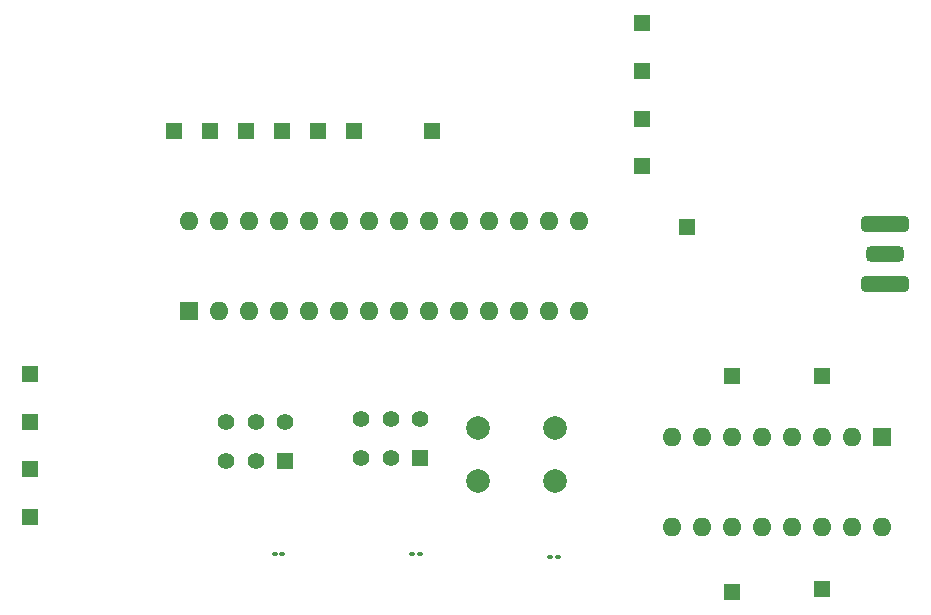
<source format=gbr>
%TF.GenerationSoftware,KiCad,Pcbnew,7.0.2*%
%TF.CreationDate,2023-06-25T23:38:38-03:00*%
%TF.ProjectId,Maze_Mapper,4d617a65-5f4d-4617-9070-65722e6b6963,rev?*%
%TF.SameCoordinates,Original*%
%TF.FileFunction,Soldermask,Top*%
%TF.FilePolarity,Negative*%
%FSLAX46Y46*%
G04 Gerber Fmt 4.6, Leading zero omitted, Abs format (unit mm)*
G04 Created by KiCad (PCBNEW 7.0.2) date 2023-06-25 23:38:38*
%MOMM*%
%LPD*%
G01*
G04 APERTURE LIST*
G04 Aperture macros list*
%AMRoundRect*
0 Rectangle with rounded corners*
0 $1 Rounding radius*
0 $2 $3 $4 $5 $6 $7 $8 $9 X,Y pos of 4 corners*
0 Add a 4 corners polygon primitive as box body*
4,1,4,$2,$3,$4,$5,$6,$7,$8,$9,$2,$3,0*
0 Add four circle primitives for the rounded corners*
1,1,$1+$1,$2,$3*
1,1,$1+$1,$4,$5*
1,1,$1+$1,$6,$7*
1,1,$1+$1,$8,$9*
0 Add four rect primitives between the rounded corners*
20,1,$1+$1,$2,$3,$4,$5,0*
20,1,$1+$1,$4,$5,$6,$7,0*
20,1,$1+$1,$6,$7,$8,$9,0*
20,1,$1+$1,$8,$9,$2,$3,0*%
G04 Aperture macros list end*
%ADD10R,1.350000X1.350000*%
%ADD11C,2.000000*%
%ADD12R,1.600000X1.600000*%
%ADD13O,1.600000X1.600000*%
%ADD14RoundRect,0.100000X-0.130000X-0.100000X0.130000X-0.100000X0.130000X0.100000X-0.130000X0.100000X0*%
%ADD15R,1.400000X1.400000*%
%ADD16C,1.400000*%
%ADD17RoundRect,0.323750X-1.721250X-0.323750X1.721250X-0.323750X1.721250X0.323750X-1.721250X0.323750X0*%
%ADD18RoundRect,0.323750X-1.263750X-0.323750X1.263750X-0.323750X1.263750X0.323750X-1.263750X0.323750X0*%
G04 APERTURE END LIST*
D10*
%TO.C,J4*%
X144287000Y-76952000D03*
%TD*%
%TO.C,J2*%
X136667000Y-58918000D03*
%TD*%
%TO.C,J6*%
X111252000Y-38100000D03*
%TD*%
D11*
%TO.C,SW3*%
X115166000Y-63246000D03*
X121666000Y-63246000D03*
X115166000Y-67746000D03*
X121666000Y-67746000D03*
%TD*%
D10*
%TO.C,J14*%
X129032000Y-33034000D03*
%TD*%
%TO.C,J5*%
X132842000Y-46228000D03*
%TD*%
%TO.C,J3*%
X136667000Y-77206000D03*
%TD*%
D12*
%TO.C,U6*%
X149352000Y-64008000D03*
D13*
X146812000Y-64008000D03*
X144272000Y-64008000D03*
X141732000Y-64008000D03*
X139192000Y-64008000D03*
X136652000Y-64008000D03*
X134112000Y-64008000D03*
X131572000Y-64008000D03*
X131572000Y-71628000D03*
X134112000Y-71628000D03*
X136652000Y-71628000D03*
X139192000Y-71628000D03*
X141732000Y-71628000D03*
X144272000Y-71628000D03*
X146812000Y-71628000D03*
X149352000Y-71628000D03*
%TD*%
D10*
%TO.C,J17*%
X77216000Y-58688000D03*
%TD*%
D14*
%TO.C,R2*%
X109571000Y-73914000D03*
X110211000Y-73914000D03*
%TD*%
D10*
%TO.C,J7*%
X89408000Y-38100000D03*
%TD*%
D12*
%TO.C,U1*%
X90678000Y-53340000D03*
D13*
X93218000Y-53340000D03*
X95758000Y-53340000D03*
X98298000Y-53340000D03*
X100838000Y-53340000D03*
X103378000Y-53340000D03*
X105918000Y-53340000D03*
X108458000Y-53340000D03*
X110998000Y-53340000D03*
X113538000Y-53340000D03*
X116078000Y-53340000D03*
X118618000Y-53340000D03*
X121158000Y-53340000D03*
X123698000Y-53340000D03*
X123698000Y-45720000D03*
X121158000Y-45720000D03*
X118618000Y-45720000D03*
X116078000Y-45720000D03*
X113538000Y-45720000D03*
X110998000Y-45720000D03*
X108458000Y-45720000D03*
X105918000Y-45720000D03*
X103378000Y-45720000D03*
X100838000Y-45720000D03*
X98298000Y-45720000D03*
X95758000Y-45720000D03*
X93218000Y-45720000D03*
X90678000Y-45720000D03*
%TD*%
D15*
%TO.C,SW2*%
X110236000Y-65786000D03*
D16*
X107736000Y-65786000D03*
X105236000Y-65786000D03*
X110236000Y-62486000D03*
X107736000Y-62486000D03*
X105236000Y-62486000D03*
%TD*%
D10*
%TO.C,J16*%
X129032000Y-41134000D03*
%TD*%
D14*
%TO.C,R1*%
X97912000Y-73914000D03*
X98552000Y-73914000D03*
%TD*%
D10*
%TO.C,J20*%
X77216000Y-70838000D03*
%TD*%
%TO.C,J12*%
X104648000Y-38100000D03*
%TD*%
%TO.C,J18*%
X77216000Y-62738000D03*
%TD*%
%TO.C,J8*%
X98552000Y-38100000D03*
%TD*%
D15*
%TO.C,SW1*%
X98806000Y-66040000D03*
D16*
X96306000Y-66040000D03*
X93806000Y-66040000D03*
X98806000Y-62740000D03*
X96306000Y-62740000D03*
X93806000Y-62740000D03*
%TD*%
D10*
%TO.C,J1*%
X144287000Y-58918000D03*
%TD*%
%TO.C,J13*%
X129032000Y-28984000D03*
%TD*%
D17*
%TO.C,U4*%
X149606000Y-45974000D03*
D18*
X149606000Y-48514000D03*
D17*
X149606000Y-51054000D03*
%TD*%
D10*
%TO.C,J11*%
X95504000Y-38100000D03*
%TD*%
%TO.C,J10*%
X101600000Y-38100000D03*
%TD*%
%TO.C,J15*%
X129032000Y-37084000D03*
%TD*%
D14*
%TO.C,R3*%
X121255000Y-74168000D03*
X121895000Y-74168000D03*
%TD*%
D10*
%TO.C,J9*%
X92456000Y-38100000D03*
%TD*%
%TO.C,J19*%
X77216000Y-66788000D03*
%TD*%
M02*

</source>
